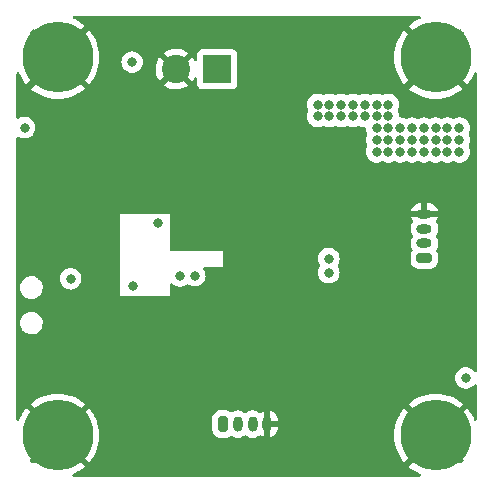
<source format=gbr>
%TF.GenerationSoftware,KiCad,Pcbnew,(6.0.0-rc1-124-g18b4ebcc17)*%
%TF.CreationDate,2021-11-25T20:10:52+05:30*%
%TF.ProjectId,Europa,4575726f-7061-42e6-9b69-6361645f7063,rev?*%
%TF.SameCoordinates,Original*%
%TF.FileFunction,Copper,L4,Bot*%
%TF.FilePolarity,Positive*%
%FSLAX46Y46*%
G04 Gerber Fmt 4.6, Leading zero omitted, Abs format (unit mm)*
G04 Created by KiCad (PCBNEW (6.0.0-rc1-124-g18b4ebcc17)) date 2021-11-25 20:10:52*
%MOMM*%
%LPD*%
G01*
G04 APERTURE LIST*
G04 Aperture macros list*
%AMRoundRect*
0 Rectangle with rounded corners*
0 $1 Rounding radius*
0 $2 $3 $4 $5 $6 $7 $8 $9 X,Y pos of 4 corners*
0 Add a 4 corners polygon primitive as box body*
4,1,4,$2,$3,$4,$5,$6,$7,$8,$9,$2,$3,0*
0 Add four circle primitives for the rounded corners*
1,1,$1+$1,$2,$3*
1,1,$1+$1,$4,$5*
1,1,$1+$1,$6,$7*
1,1,$1+$1,$8,$9*
0 Add four rect primitives between the rounded corners*
20,1,$1+$1,$2,$3,$4,$5,0*
20,1,$1+$1,$4,$5,$6,$7,0*
20,1,$1+$1,$6,$7,$8,$9,0*
20,1,$1+$1,$8,$9,$2,$3,0*%
G04 Aperture macros list end*
%TA.AperFunction,ComponentPad*%
%ADD10C,0.800000*%
%TD*%
%TA.AperFunction,ComponentPad*%
%ADD11C,6.000000*%
%TD*%
%TA.AperFunction,ComponentPad*%
%ADD12RoundRect,0.200000X-0.200000X-0.450000X0.200000X-0.450000X0.200000X0.450000X-0.200000X0.450000X0*%
%TD*%
%TA.AperFunction,ComponentPad*%
%ADD13O,0.800000X1.300000*%
%TD*%
%TA.AperFunction,ComponentPad*%
%ADD14R,2.400000X2.400000*%
%TD*%
%TA.AperFunction,ComponentPad*%
%ADD15C,2.400000*%
%TD*%
%TA.AperFunction,ComponentPad*%
%ADD16RoundRect,0.200000X0.450000X-0.200000X0.450000X0.200000X-0.450000X0.200000X-0.450000X-0.200000X0*%
%TD*%
%TA.AperFunction,ComponentPad*%
%ADD17O,1.300000X0.800000*%
%TD*%
%TA.AperFunction,ViaPad*%
%ADD18C,0.800000*%
%TD*%
G04 APERTURE END LIST*
D10*
%TO.P,H1,1*%
%TO.N,GND*%
X36250000Y-34000000D03*
X31750000Y-34000000D03*
X35590990Y-32409010D03*
X35590990Y-35590990D03*
X32409010Y-32409010D03*
X32409010Y-35590990D03*
X34000000Y-36250000D03*
D11*
X34000000Y-34000000D03*
D10*
X34000000Y-31750000D03*
%TD*%
%TO.P,H2,1*%
%TO.N,GND*%
X35590990Y-67590990D03*
X31750000Y-66000000D03*
X32409010Y-64409010D03*
D11*
X34000000Y-66000000D03*
D10*
X32409010Y-67590990D03*
X34000000Y-63750000D03*
X36250000Y-66000000D03*
X35590990Y-64409010D03*
X34000000Y-68250000D03*
%TD*%
%TO.P,H3,1*%
%TO.N,GND*%
X66000000Y-63750000D03*
X67590990Y-64409010D03*
X68250000Y-66000000D03*
X63750000Y-66000000D03*
X67590990Y-67590990D03*
X64409010Y-67590990D03*
X66000000Y-68250000D03*
X64409010Y-64409010D03*
D11*
X66000000Y-66000000D03*
%TD*%
D10*
%TO.P,H4,1*%
%TO.N,GND*%
X67590990Y-32409010D03*
X67590990Y-35590990D03*
X66000000Y-31750000D03*
X64409010Y-35590990D03*
X66000000Y-36250000D03*
X64409010Y-32409010D03*
X63750000Y-34000000D03*
D11*
X66000000Y-34000000D03*
D10*
X68250000Y-34000000D03*
%TD*%
D12*
%TO.P,J4,1*%
%TO.N,+3V3*%
X48000000Y-65050000D03*
D13*
%TO.P,J4,2*%
%TO.N,USART1_RX*%
X49250000Y-65050000D03*
%TO.P,J4,3*%
%TO.N,USART1_TX*%
X50500000Y-65050000D03*
%TO.P,J4,4*%
%TO.N,GND*%
X51750000Y-65050000D03*
%TD*%
D14*
%TO.P,J1,1*%
%TO.N,Net-(F1-Pad2)*%
X47500000Y-35000000D03*
D15*
%TO.P,J1,2*%
%TO.N,GND*%
X44000000Y-35000000D03*
%TD*%
D16*
%TO.P,J2,1*%
%TO.N,+3V3*%
X65050000Y-51000000D03*
D17*
%TO.P,J2,2*%
%TO.N,I2C1_SCL*%
X65050000Y-49750000D03*
%TO.P,J2,3*%
%TO.N,I2C1_SDA*%
X65050000Y-48500000D03*
%TO.P,J2,4*%
%TO.N,GND*%
X65050000Y-47250000D03*
%TD*%
D18*
%TO.N,+3V3*%
X40300000Y-34400000D03*
X45600000Y-52475000D03*
X44350000Y-52500000D03*
X56950000Y-52225000D03*
X56950000Y-51050000D03*
X35100000Y-52750000D03*
X31190000Y-39960000D03*
X68550000Y-61150000D03*
X61000000Y-41000000D03*
X67000000Y-42000000D03*
X68000000Y-42000000D03*
X61000000Y-39000000D03*
X66000000Y-42000000D03*
X56000000Y-39000000D03*
X62000000Y-38000000D03*
X63000000Y-41000000D03*
X59000000Y-39000000D03*
X59000000Y-38000000D03*
X60000000Y-39000000D03*
X63000000Y-42000000D03*
X65000000Y-40000000D03*
X61000000Y-40000000D03*
X60000000Y-38000000D03*
X62000000Y-40000000D03*
X57000000Y-38000000D03*
X61000000Y-38000000D03*
X56000000Y-38000000D03*
X64000000Y-42000000D03*
X66000000Y-41000000D03*
X68000000Y-40000000D03*
X63000000Y-40000000D03*
X67000000Y-41000000D03*
X57000000Y-39000000D03*
X65000000Y-41000000D03*
X62000000Y-39000000D03*
X64000000Y-40000000D03*
X68000000Y-41000000D03*
X65000000Y-42000000D03*
X61000000Y-42000000D03*
X67000000Y-40000000D03*
X58000000Y-39000000D03*
X62000000Y-41000000D03*
X64000000Y-41000000D03*
X62000000Y-42000000D03*
X66000000Y-40000000D03*
X58000000Y-38000000D03*
%TO.N,GND*%
X40400000Y-53350000D03*
X56950000Y-53775000D03*
X43175000Y-55225000D03*
X44350000Y-56375000D03*
X60000000Y-55000000D03*
X62500000Y-55000000D03*
X65000000Y-55000000D03*
X67500000Y-55000000D03*
X62500000Y-52500000D03*
X60000000Y-52500000D03*
X35050000Y-57250000D03*
X31190000Y-45040000D03*
X31200000Y-42500000D03*
X31200000Y-41225000D03*
X37500000Y-60000000D03*
X55000000Y-67500000D03*
X40000000Y-37500000D03*
X57500000Y-45000000D03*
X62500000Y-62500000D03*
X42500000Y-60000000D03*
X35000000Y-50000000D03*
X32500000Y-47500000D03*
X40000000Y-60000000D03*
X35000000Y-60000000D03*
X47500000Y-60000000D03*
X60000000Y-65000000D03*
X60000000Y-47500000D03*
X42500000Y-65000000D03*
X57500000Y-67500000D03*
X57500000Y-65000000D03*
X45000000Y-67500000D03*
X50000000Y-47500000D03*
X42500000Y-57500000D03*
X37500000Y-37500000D03*
X40000000Y-62500000D03*
X60000000Y-45000000D03*
X42500000Y-62500000D03*
X40000000Y-65000000D03*
X40000000Y-57500000D03*
X42500000Y-48050000D03*
X55775000Y-54925000D03*
X57500000Y-62500000D03*
X55000000Y-62500000D03*
X32500000Y-60000000D03*
X37500000Y-57500000D03*
X62500000Y-45000000D03*
X60000000Y-62500000D03*
X57500000Y-47500000D03*
X42500000Y-67500000D03*
X37500000Y-62500000D03*
X60000000Y-67500000D03*
X50000000Y-45000000D03*
X45000000Y-47500000D03*
X52500000Y-62500000D03*
X42500000Y-40000000D03*
X55000000Y-65000000D03*
%TD*%
%TA.AperFunction,Conductor*%
%TO.N,GND*%
G36*
X64696436Y-30528002D02*
G01*
X64742929Y-30581658D01*
X64753033Y-30651932D01*
X64723539Y-30716512D01*
X64673469Y-30751631D01*
X64574292Y-30789701D01*
X64568275Y-30792380D01*
X64246532Y-30956317D01*
X64240823Y-30959613D01*
X63937984Y-31156279D01*
X63932662Y-31160146D01*
X63718366Y-31333678D01*
X63709900Y-31345933D01*
X63716234Y-31357024D01*
X68642110Y-36282900D01*
X68655186Y-36290040D01*
X68665554Y-36282582D01*
X68839854Y-36067338D01*
X68843721Y-36062016D01*
X69040387Y-35759177D01*
X69043683Y-35753468D01*
X69207620Y-35431725D01*
X69210299Y-35425708D01*
X69248369Y-35326531D01*
X69291455Y-35270103D01*
X69358208Y-35245926D01*
X69427435Y-35261677D01*
X69477157Y-35312355D01*
X69492000Y-35371685D01*
X69492000Y-60510225D01*
X69471998Y-60578346D01*
X69418342Y-60624839D01*
X69348068Y-60634943D01*
X69283488Y-60605449D01*
X69272369Y-60594541D01*
X69161253Y-60471134D01*
X69006752Y-60358882D01*
X69000724Y-60356198D01*
X69000722Y-60356197D01*
X68838319Y-60283891D01*
X68838318Y-60283891D01*
X68832288Y-60281206D01*
X68738888Y-60261353D01*
X68651944Y-60242872D01*
X68651939Y-60242872D01*
X68645487Y-60241500D01*
X68454513Y-60241500D01*
X68448061Y-60242872D01*
X68448056Y-60242872D01*
X68361112Y-60261353D01*
X68267712Y-60281206D01*
X68261682Y-60283891D01*
X68261681Y-60283891D01*
X68099278Y-60356197D01*
X68099276Y-60356198D01*
X68093248Y-60358882D01*
X67938747Y-60471134D01*
X67810960Y-60613056D01*
X67715473Y-60778444D01*
X67656458Y-60960072D01*
X67636496Y-61150000D01*
X67656458Y-61339928D01*
X67715473Y-61521556D01*
X67810960Y-61686944D01*
X67938747Y-61828866D01*
X68093248Y-61941118D01*
X68099276Y-61943802D01*
X68099278Y-61943803D01*
X68261681Y-62016109D01*
X68267712Y-62018794D01*
X68361112Y-62038647D01*
X68448056Y-62057128D01*
X68448061Y-62057128D01*
X68454513Y-62058500D01*
X68645487Y-62058500D01*
X68651939Y-62057128D01*
X68651944Y-62057128D01*
X68738888Y-62038647D01*
X68832288Y-62018794D01*
X68838319Y-62016109D01*
X69000722Y-61943803D01*
X69000724Y-61943802D01*
X69006752Y-61941118D01*
X69161253Y-61828866D01*
X69272365Y-61705463D01*
X69332810Y-61668225D01*
X69403794Y-61669577D01*
X69462778Y-61709091D01*
X69491036Y-61774221D01*
X69492000Y-61789775D01*
X69492000Y-64628315D01*
X69471998Y-64696436D01*
X69418342Y-64742929D01*
X69348068Y-64753033D01*
X69283488Y-64723539D01*
X69248369Y-64673469D01*
X69210299Y-64574292D01*
X69207620Y-64568275D01*
X69043683Y-64246532D01*
X69040387Y-64240823D01*
X68843721Y-63937984D01*
X68839854Y-63932662D01*
X68666322Y-63718366D01*
X68654067Y-63709900D01*
X68642976Y-63716234D01*
X63717100Y-68642110D01*
X63709960Y-68655186D01*
X63717418Y-68665554D01*
X63932662Y-68839854D01*
X63937984Y-68843721D01*
X64240823Y-69040387D01*
X64246532Y-69043683D01*
X64568275Y-69207620D01*
X64574292Y-69210299D01*
X64673469Y-69248369D01*
X64729897Y-69291455D01*
X64754074Y-69358208D01*
X64738323Y-69427435D01*
X64687645Y-69477157D01*
X64628315Y-69492000D01*
X35371685Y-69492000D01*
X35303564Y-69471998D01*
X35257071Y-69418342D01*
X35246967Y-69348068D01*
X35276461Y-69283488D01*
X35326531Y-69248369D01*
X35425708Y-69210299D01*
X35431725Y-69207620D01*
X35753468Y-69043683D01*
X35759177Y-69040387D01*
X36062016Y-68843721D01*
X36067338Y-68839854D01*
X36281634Y-68666322D01*
X36290100Y-68654067D01*
X36283766Y-68642976D01*
X33641922Y-66001132D01*
X34364408Y-66001132D01*
X34364539Y-66002965D01*
X34368790Y-66009580D01*
X36642110Y-68282900D01*
X36655186Y-68290040D01*
X36665554Y-68282582D01*
X36839854Y-68067338D01*
X36843721Y-68062016D01*
X37040387Y-67759177D01*
X37043683Y-67753468D01*
X37207620Y-67431725D01*
X37210296Y-67425714D01*
X37339700Y-67088605D01*
X37341740Y-67082328D01*
X37435198Y-66733537D01*
X37436567Y-66727099D01*
X37493055Y-66370440D01*
X37493743Y-66363896D01*
X37512641Y-66003301D01*
X37512641Y-65996699D01*
X37493743Y-65636104D01*
X37493055Y-65629560D01*
X37436567Y-65272901D01*
X37435198Y-65266463D01*
X37341740Y-64917672D01*
X37339700Y-64911395D01*
X37210296Y-64574286D01*
X37207620Y-64568275D01*
X37194928Y-64543365D01*
X47091500Y-64543365D01*
X47091501Y-65556634D01*
X47098247Y-65630062D01*
X47100246Y-65636440D01*
X47100246Y-65636441D01*
X47111251Y-65671556D01*
X47149528Y-65793699D01*
X47238361Y-65940381D01*
X47359619Y-66061639D01*
X47506301Y-66150472D01*
X47513548Y-66152743D01*
X47513550Y-66152744D01*
X47556198Y-66166109D01*
X47669938Y-66201753D01*
X47743365Y-66208500D01*
X47746263Y-66208500D01*
X48000665Y-66208499D01*
X48256634Y-66208499D01*
X48259492Y-66208236D01*
X48259501Y-66208236D01*
X48295004Y-66204974D01*
X48330062Y-66201753D01*
X48336447Y-66199752D01*
X48486450Y-66152744D01*
X48486452Y-66152743D01*
X48493699Y-66150472D01*
X48630018Y-66067915D01*
X48698648Y-66049736D01*
X48769350Y-66073755D01*
X48787308Y-66086802D01*
X48793248Y-66091118D01*
X48799276Y-66093802D01*
X48799278Y-66093803D01*
X48946844Y-66159503D01*
X48967712Y-66168794D01*
X49061113Y-66188647D01*
X49148056Y-66207128D01*
X49148061Y-66207128D01*
X49154513Y-66208500D01*
X49345487Y-66208500D01*
X49351939Y-66207128D01*
X49351944Y-66207128D01*
X49438887Y-66188647D01*
X49532288Y-66168794D01*
X49553156Y-66159503D01*
X49700722Y-66093803D01*
X49700724Y-66093802D01*
X49706752Y-66091118D01*
X49712693Y-66086802D01*
X49800939Y-66022687D01*
X49867807Y-65998828D01*
X49936958Y-66014909D01*
X49949061Y-66022687D01*
X50037308Y-66086802D01*
X50043248Y-66091118D01*
X50049276Y-66093802D01*
X50049278Y-66093803D01*
X50196844Y-66159503D01*
X50217712Y-66168794D01*
X50311113Y-66188647D01*
X50398056Y-66207128D01*
X50398061Y-66207128D01*
X50404513Y-66208500D01*
X50595487Y-66208500D01*
X50601939Y-66207128D01*
X50601944Y-66207128D01*
X50688887Y-66188647D01*
X50782288Y-66168794D01*
X50803156Y-66159503D01*
X50950722Y-66093803D01*
X50950724Y-66093802D01*
X50956752Y-66091118D01*
X51051366Y-66022377D01*
X51118230Y-65998520D01*
X51187382Y-66014600D01*
X51199485Y-66022378D01*
X51288157Y-66086802D01*
X51299529Y-66093368D01*
X51461839Y-66165633D01*
X51474325Y-66169690D01*
X51478278Y-66170530D01*
X51492341Y-66169457D01*
X51496000Y-66159503D01*
X51496000Y-66156182D01*
X52004000Y-66156182D01*
X52007973Y-66169713D01*
X52018468Y-66171222D01*
X52025675Y-66169690D01*
X52038161Y-66165633D01*
X52200471Y-66093368D01*
X52211843Y-66086802D01*
X52326773Y-66003301D01*
X62487359Y-66003301D01*
X62506257Y-66363896D01*
X62506945Y-66370440D01*
X62563433Y-66727099D01*
X62564802Y-66733537D01*
X62658260Y-67082328D01*
X62660300Y-67088605D01*
X62789704Y-67425714D01*
X62792380Y-67431725D01*
X62956317Y-67753468D01*
X62959613Y-67759177D01*
X63156279Y-68062016D01*
X63160146Y-68067338D01*
X63333678Y-68281634D01*
X63345933Y-68290100D01*
X63357024Y-68283766D01*
X65627978Y-66012812D01*
X65635592Y-65998868D01*
X65635461Y-65997035D01*
X65631210Y-65990420D01*
X63357890Y-63717100D01*
X63344814Y-63709960D01*
X63334446Y-63717418D01*
X63160146Y-63932662D01*
X63156279Y-63937984D01*
X62959613Y-64240823D01*
X62956317Y-64246532D01*
X62792380Y-64568275D01*
X62789704Y-64574286D01*
X62660300Y-64911395D01*
X62658260Y-64917672D01*
X62564802Y-65266463D01*
X62563433Y-65272901D01*
X62506945Y-65629560D01*
X62506257Y-65636104D01*
X62487359Y-65996699D01*
X62487359Y-66003301D01*
X52326773Y-66003301D01*
X52355574Y-65982376D01*
X52365337Y-65973585D01*
X52484214Y-65841558D01*
X52491938Y-65830927D01*
X52580765Y-65677074D01*
X52586111Y-65665066D01*
X52641011Y-65496102D01*
X52643741Y-65483261D01*
X52657656Y-65350862D01*
X52658000Y-65344302D01*
X52658000Y-65322115D01*
X52653525Y-65306876D01*
X52652135Y-65305671D01*
X52644452Y-65304000D01*
X52022115Y-65304000D01*
X52006876Y-65308475D01*
X52005671Y-65309865D01*
X52004000Y-65317548D01*
X52004000Y-66156182D01*
X51496000Y-66156182D01*
X51496000Y-64777885D01*
X52004000Y-64777885D01*
X52008475Y-64793124D01*
X52009865Y-64794329D01*
X52017548Y-64796000D01*
X52639885Y-64796000D01*
X52655124Y-64791525D01*
X52656329Y-64790135D01*
X52658000Y-64782452D01*
X52658000Y-64755698D01*
X52657656Y-64749138D01*
X52643741Y-64616739D01*
X52641011Y-64603898D01*
X52586111Y-64434934D01*
X52580765Y-64422926D01*
X52491938Y-64269073D01*
X52484214Y-64258442D01*
X52365337Y-64126415D01*
X52355574Y-64117624D01*
X52211843Y-64013198D01*
X52200471Y-64006632D01*
X52038161Y-63934367D01*
X52025675Y-63930310D01*
X52021722Y-63929470D01*
X52007659Y-63930543D01*
X52004000Y-63940497D01*
X52004000Y-64777885D01*
X51496000Y-64777885D01*
X51496000Y-63943818D01*
X51492027Y-63930287D01*
X51481532Y-63928778D01*
X51474325Y-63930310D01*
X51461839Y-63934367D01*
X51299529Y-64006632D01*
X51288157Y-64013198D01*
X51199485Y-64077622D01*
X51132617Y-64101481D01*
X51063466Y-64085400D01*
X51051380Y-64077634D01*
X50956752Y-64008882D01*
X50950724Y-64006198D01*
X50950722Y-64006197D01*
X50788319Y-63933891D01*
X50788318Y-63933891D01*
X50782288Y-63931206D01*
X50688888Y-63911353D01*
X50601944Y-63892872D01*
X50601939Y-63892872D01*
X50595487Y-63891500D01*
X50404513Y-63891500D01*
X50398061Y-63892872D01*
X50398056Y-63892872D01*
X50311112Y-63911353D01*
X50217712Y-63931206D01*
X50211682Y-63933891D01*
X50211681Y-63933891D01*
X50049278Y-64006197D01*
X50049276Y-64006198D01*
X50043248Y-64008882D01*
X50037907Y-64012762D01*
X50037906Y-64012763D01*
X49949061Y-64077313D01*
X49882193Y-64101172D01*
X49813042Y-64085091D01*
X49800939Y-64077313D01*
X49712094Y-64012763D01*
X49712093Y-64012762D01*
X49706752Y-64008882D01*
X49700724Y-64006198D01*
X49700722Y-64006197D01*
X49538319Y-63933891D01*
X49538318Y-63933891D01*
X49532288Y-63931206D01*
X49438888Y-63911353D01*
X49351944Y-63892872D01*
X49351939Y-63892872D01*
X49345487Y-63891500D01*
X49154513Y-63891500D01*
X49148061Y-63892872D01*
X49148056Y-63892872D01*
X49061112Y-63911353D01*
X48967712Y-63931206D01*
X48961682Y-63933891D01*
X48961681Y-63933891D01*
X48799278Y-64006197D01*
X48799276Y-64006198D01*
X48793248Y-64008882D01*
X48787908Y-64012762D01*
X48787906Y-64012763D01*
X48769350Y-64026245D01*
X48702482Y-64050103D01*
X48630018Y-64032085D01*
X48620375Y-64026245D01*
X48493699Y-63949528D01*
X48486452Y-63947257D01*
X48486450Y-63947256D01*
X48420164Y-63926483D01*
X48330062Y-63898247D01*
X48256635Y-63891500D01*
X48253737Y-63891500D01*
X47999335Y-63891501D01*
X47743366Y-63891501D01*
X47740508Y-63891764D01*
X47740499Y-63891764D01*
X47704996Y-63895026D01*
X47669938Y-63898247D01*
X47663560Y-63900246D01*
X47663559Y-63900246D01*
X47513550Y-63947256D01*
X47513548Y-63947257D01*
X47506301Y-63949528D01*
X47359619Y-64038361D01*
X47238361Y-64159619D01*
X47149528Y-64306301D01*
X47098247Y-64469938D01*
X47091500Y-64543365D01*
X37194928Y-64543365D01*
X37043683Y-64246532D01*
X37040387Y-64240823D01*
X36843721Y-63937984D01*
X36839854Y-63932662D01*
X36666322Y-63718366D01*
X36654067Y-63709900D01*
X36642976Y-63716234D01*
X34372022Y-65987188D01*
X34364408Y-66001132D01*
X33641922Y-66001132D01*
X31357890Y-63717100D01*
X31344814Y-63709960D01*
X31334446Y-63717418D01*
X31160146Y-63932662D01*
X31156279Y-63937984D01*
X30959613Y-64240823D01*
X30956317Y-64246532D01*
X30792380Y-64568275D01*
X30789701Y-64574292D01*
X30751631Y-64673469D01*
X30708545Y-64729897D01*
X30641792Y-64754074D01*
X30572565Y-64738323D01*
X30522843Y-64687645D01*
X30508000Y-64628315D01*
X30508000Y-63345933D01*
X31709900Y-63345933D01*
X31716234Y-63357024D01*
X33987188Y-65627978D01*
X34001132Y-65635592D01*
X34002965Y-65635461D01*
X34009580Y-65631210D01*
X36282900Y-63357890D01*
X36289429Y-63345933D01*
X63709900Y-63345933D01*
X63716234Y-63357024D01*
X65987188Y-65627978D01*
X66001132Y-65635592D01*
X66002965Y-65635461D01*
X66009580Y-65631210D01*
X68282900Y-63357890D01*
X68290040Y-63344814D01*
X68282582Y-63334446D01*
X68067338Y-63160146D01*
X68062016Y-63156279D01*
X67759177Y-62959613D01*
X67753468Y-62956317D01*
X67431725Y-62792380D01*
X67425714Y-62789704D01*
X67088605Y-62660300D01*
X67082328Y-62658260D01*
X66733537Y-62564802D01*
X66727099Y-62563433D01*
X66370440Y-62506945D01*
X66363896Y-62506257D01*
X66003301Y-62487359D01*
X65996699Y-62487359D01*
X65636104Y-62506257D01*
X65629560Y-62506945D01*
X65272901Y-62563433D01*
X65266463Y-62564802D01*
X64917672Y-62658260D01*
X64911395Y-62660300D01*
X64574286Y-62789704D01*
X64568275Y-62792380D01*
X64246532Y-62956317D01*
X64240823Y-62959613D01*
X63937984Y-63156279D01*
X63932662Y-63160146D01*
X63718366Y-63333678D01*
X63709900Y-63345933D01*
X36289429Y-63345933D01*
X36290040Y-63344814D01*
X36282582Y-63334446D01*
X36067338Y-63160146D01*
X36062016Y-63156279D01*
X35759177Y-62959613D01*
X35753468Y-62956317D01*
X35431725Y-62792380D01*
X35425714Y-62789704D01*
X35088605Y-62660300D01*
X35082328Y-62658260D01*
X34733537Y-62564802D01*
X34727099Y-62563433D01*
X34370440Y-62506945D01*
X34363896Y-62506257D01*
X34003301Y-62487359D01*
X33996699Y-62487359D01*
X33636104Y-62506257D01*
X33629560Y-62506945D01*
X33272901Y-62563433D01*
X33266463Y-62564802D01*
X32917672Y-62658260D01*
X32911395Y-62660300D01*
X32574286Y-62789704D01*
X32568275Y-62792380D01*
X32246532Y-62956317D01*
X32240823Y-62959613D01*
X31937984Y-63156279D01*
X31932662Y-63160146D01*
X31718366Y-63333678D01*
X31709900Y-63345933D01*
X30508000Y-63345933D01*
X30508000Y-56486552D01*
X30806956Y-56486552D01*
X30822685Y-56673865D01*
X30874497Y-56854555D01*
X30877312Y-56860032D01*
X30877313Y-56860035D01*
X30957603Y-57016263D01*
X30960418Y-57021740D01*
X30964241Y-57026564D01*
X30964244Y-57026568D01*
X30990625Y-57059852D01*
X31077177Y-57169052D01*
X31220324Y-57290880D01*
X31225702Y-57293886D01*
X31225704Y-57293887D01*
X31302367Y-57336732D01*
X31384409Y-57382584D01*
X31563180Y-57440670D01*
X31749830Y-57462927D01*
X31755965Y-57462455D01*
X31755967Y-57462455D01*
X31931105Y-57448979D01*
X31931109Y-57448978D01*
X31937247Y-57448506D01*
X32022378Y-57424737D01*
X32112350Y-57399616D01*
X32112353Y-57399615D01*
X32118294Y-57397956D01*
X32123798Y-57395176D01*
X32123800Y-57395175D01*
X32280574Y-57315983D01*
X32280576Y-57315982D01*
X32286075Y-57313204D01*
X32434199Y-57197477D01*
X32438225Y-57192813D01*
X32552994Y-57059852D01*
X32552995Y-57059850D01*
X32557023Y-57055184D01*
X32649870Y-56891744D01*
X32709203Y-56713382D01*
X32732762Y-56526892D01*
X32733138Y-56500000D01*
X32714795Y-56312926D01*
X32660465Y-56132977D01*
X32572218Y-55967008D01*
X32453415Y-55821340D01*
X32399603Y-55776823D01*
X32313329Y-55705450D01*
X32313324Y-55705447D01*
X32308580Y-55701522D01*
X32303161Y-55698592D01*
X32303158Y-55698590D01*
X32233671Y-55661019D01*
X32143231Y-55612119D01*
X31963666Y-55556534D01*
X31957541Y-55555890D01*
X31957540Y-55555890D01*
X31782852Y-55537529D01*
X31782851Y-55537529D01*
X31776724Y-55536885D01*
X31699673Y-55543897D01*
X31595665Y-55553363D01*
X31595662Y-55553364D01*
X31589526Y-55553922D01*
X31583620Y-55555660D01*
X31583616Y-55555661D01*
X31450278Y-55594905D01*
X31409202Y-55606994D01*
X31242621Y-55694080D01*
X31096128Y-55811864D01*
X31092170Y-55816582D01*
X31092167Y-55816584D01*
X31004797Y-55920708D01*
X30975302Y-55955859D01*
X30972338Y-55961251D01*
X30972335Y-55961255D01*
X30966176Y-55972459D01*
X30884746Y-56120580D01*
X30827909Y-56299752D01*
X30806956Y-56486552D01*
X30508000Y-56486552D01*
X30508000Y-53486552D01*
X30806956Y-53486552D01*
X30807472Y-53492696D01*
X30821395Y-53658500D01*
X30822685Y-53673865D01*
X30874497Y-53854555D01*
X30877312Y-53860032D01*
X30877313Y-53860035D01*
X30957603Y-54016263D01*
X30960418Y-54021740D01*
X30964241Y-54026564D01*
X30964244Y-54026568D01*
X30990625Y-54059852D01*
X31077177Y-54169052D01*
X31220324Y-54290880D01*
X31225702Y-54293886D01*
X31225704Y-54293887D01*
X31302367Y-54336732D01*
X31384409Y-54382584D01*
X31563180Y-54440670D01*
X31749830Y-54462927D01*
X31755965Y-54462455D01*
X31755967Y-54462455D01*
X31931105Y-54448979D01*
X31931109Y-54448978D01*
X31937247Y-54448506D01*
X32022378Y-54424737D01*
X32112350Y-54399616D01*
X32112353Y-54399615D01*
X32118294Y-54397956D01*
X32123798Y-54395176D01*
X32123800Y-54395175D01*
X32280574Y-54315983D01*
X32280576Y-54315982D01*
X32286075Y-54313204D01*
X32366973Y-54250000D01*
X39250000Y-54250000D01*
X43500000Y-54250000D01*
X43500000Y-53241951D01*
X43520002Y-53173830D01*
X43573658Y-53127337D01*
X43643932Y-53117233D01*
X43708512Y-53146727D01*
X43719636Y-53157641D01*
X43734213Y-53173830D01*
X43738747Y-53178866D01*
X43825576Y-53241951D01*
X43858839Y-53266118D01*
X43893248Y-53291118D01*
X43899276Y-53293802D01*
X43899278Y-53293803D01*
X44014642Y-53345166D01*
X44067712Y-53368794D01*
X44161112Y-53388647D01*
X44248056Y-53407128D01*
X44248061Y-53407128D01*
X44254513Y-53408500D01*
X44445487Y-53408500D01*
X44451939Y-53407128D01*
X44451944Y-53407128D01*
X44538888Y-53388647D01*
X44632288Y-53368794D01*
X44685358Y-53345166D01*
X44800722Y-53293803D01*
X44800724Y-53293802D01*
X44806752Y-53291118D01*
X44837466Y-53268803D01*
X44918144Y-53210187D01*
X44985012Y-53186328D01*
X45054163Y-53202409D01*
X45066265Y-53210186D01*
X45143248Y-53266118D01*
X45149276Y-53268802D01*
X45149278Y-53268803D01*
X45248381Y-53312926D01*
X45317712Y-53343794D01*
X45411113Y-53363647D01*
X45498056Y-53382128D01*
X45498061Y-53382128D01*
X45504513Y-53383500D01*
X45695487Y-53383500D01*
X45701939Y-53382128D01*
X45701944Y-53382128D01*
X45788887Y-53363647D01*
X45882288Y-53343794D01*
X45951619Y-53312926D01*
X46050722Y-53268803D01*
X46050724Y-53268802D01*
X46056752Y-53266118D01*
X46211253Y-53153866D01*
X46241224Y-53120580D01*
X46334621Y-53016852D01*
X46334622Y-53016851D01*
X46339040Y-53011944D01*
X46434527Y-52846556D01*
X46493542Y-52664928D01*
X46499093Y-52612119D01*
X46512814Y-52481565D01*
X46513504Y-52475000D01*
X46507190Y-52414928D01*
X46494232Y-52291635D01*
X46494232Y-52291633D01*
X46493542Y-52285072D01*
X46474023Y-52225000D01*
X56036496Y-52225000D01*
X56037186Y-52231565D01*
X56043500Y-52291635D01*
X56056458Y-52414928D01*
X56115473Y-52596556D01*
X56118776Y-52602278D01*
X56118777Y-52602279D01*
X56151159Y-52658365D01*
X56210960Y-52761944D01*
X56338747Y-52903866D01*
X56493248Y-53016118D01*
X56499276Y-53018802D01*
X56499278Y-53018803D01*
X56540024Y-53036944D01*
X56667712Y-53093794D01*
X56761112Y-53113647D01*
X56848056Y-53132128D01*
X56848061Y-53132128D01*
X56854513Y-53133500D01*
X57045487Y-53133500D01*
X57051939Y-53132128D01*
X57051944Y-53132128D01*
X57138887Y-53113647D01*
X57232288Y-53093794D01*
X57359976Y-53036944D01*
X57400722Y-53018803D01*
X57400724Y-53018802D01*
X57406752Y-53016118D01*
X57561253Y-52903866D01*
X57689040Y-52761944D01*
X57748841Y-52658365D01*
X57781223Y-52602279D01*
X57781224Y-52602278D01*
X57784527Y-52596556D01*
X57843542Y-52414928D01*
X57856501Y-52291635D01*
X57862814Y-52231565D01*
X57863504Y-52225000D01*
X57850127Y-52097721D01*
X57844232Y-52041635D01*
X57844232Y-52041633D01*
X57843542Y-52035072D01*
X57784527Y-51853444D01*
X57751439Y-51796134D01*
X57696225Y-51700500D01*
X57679487Y-51631505D01*
X57696225Y-51574500D01*
X57781223Y-51427279D01*
X57781224Y-51427278D01*
X57784527Y-51421556D01*
X57843542Y-51239928D01*
X57863504Y-51050000D01*
X57843542Y-50860072D01*
X57805621Y-50743365D01*
X63891500Y-50743365D01*
X63891501Y-51256634D01*
X63891764Y-51259492D01*
X63891764Y-51259501D01*
X63895026Y-51295004D01*
X63898247Y-51330062D01*
X63900246Y-51336440D01*
X63900246Y-51336441D01*
X63926920Y-51421556D01*
X63949528Y-51493699D01*
X64038361Y-51640381D01*
X64159619Y-51761639D01*
X64306301Y-51850472D01*
X64313548Y-51852743D01*
X64313550Y-51852744D01*
X64379836Y-51873517D01*
X64469938Y-51901753D01*
X64543365Y-51908500D01*
X64546263Y-51908500D01*
X65051314Y-51908499D01*
X65556634Y-51908499D01*
X65559492Y-51908236D01*
X65559501Y-51908236D01*
X65595004Y-51904974D01*
X65630062Y-51901753D01*
X65636447Y-51899752D01*
X65786450Y-51852744D01*
X65786452Y-51852743D01*
X65793699Y-51850472D01*
X65940381Y-51761639D01*
X66061639Y-51640381D01*
X66150472Y-51493699D01*
X66201753Y-51330062D01*
X66208500Y-51256635D01*
X66208499Y-50743366D01*
X66208234Y-50740474D01*
X66202364Y-50676592D01*
X66201753Y-50669938D01*
X66150472Y-50506301D01*
X66067915Y-50369982D01*
X66049736Y-50301352D01*
X66073755Y-50230650D01*
X66087237Y-50212094D01*
X66087238Y-50212092D01*
X66091118Y-50206752D01*
X66101297Y-50183891D01*
X66166109Y-50038319D01*
X66166109Y-50038318D01*
X66168794Y-50032288D01*
X66208500Y-49845487D01*
X66208500Y-49654513D01*
X66168794Y-49467712D01*
X66091118Y-49293248D01*
X66022687Y-49199061D01*
X65998828Y-49132193D01*
X66014909Y-49063042D01*
X66022687Y-49050939D01*
X66087237Y-48962094D01*
X66087238Y-48962093D01*
X66091118Y-48956752D01*
X66168794Y-48782288D01*
X66208500Y-48595487D01*
X66208500Y-48404513D01*
X66168794Y-48217712D01*
X66091118Y-48043248D01*
X66022377Y-47948634D01*
X65998520Y-47881770D01*
X66014600Y-47812618D01*
X66022378Y-47800515D01*
X66086802Y-47711843D01*
X66093368Y-47700471D01*
X66165633Y-47538161D01*
X66169690Y-47525675D01*
X66170530Y-47521722D01*
X66169457Y-47507659D01*
X66159503Y-47504000D01*
X63943818Y-47504000D01*
X63930287Y-47507973D01*
X63928778Y-47518468D01*
X63930310Y-47525675D01*
X63934367Y-47538161D01*
X64006632Y-47700471D01*
X64013198Y-47711843D01*
X64077622Y-47800515D01*
X64101481Y-47867383D01*
X64085400Y-47936534D01*
X64077634Y-47948620D01*
X64008882Y-48043248D01*
X63931206Y-48217712D01*
X63891500Y-48404513D01*
X63891500Y-48595487D01*
X63931206Y-48782288D01*
X64008882Y-48956752D01*
X64012762Y-48962093D01*
X64012763Y-48962094D01*
X64077313Y-49050939D01*
X64101172Y-49117807D01*
X64085091Y-49186958D01*
X64077313Y-49199061D01*
X64008882Y-49293248D01*
X63931206Y-49467712D01*
X63891500Y-49654513D01*
X63891500Y-49845487D01*
X63931206Y-50032288D01*
X63933891Y-50038318D01*
X63933891Y-50038319D01*
X63998704Y-50183891D01*
X64008882Y-50206752D01*
X64012762Y-50212092D01*
X64012763Y-50212094D01*
X64026245Y-50230650D01*
X64050103Y-50297518D01*
X64032085Y-50369982D01*
X63949528Y-50506301D01*
X63898247Y-50669938D01*
X63891500Y-50743365D01*
X57805621Y-50743365D01*
X57784527Y-50678444D01*
X57689040Y-50513056D01*
X57561253Y-50371134D01*
X57406752Y-50258882D01*
X57400724Y-50256198D01*
X57400722Y-50256197D01*
X57238319Y-50183891D01*
X57238318Y-50183891D01*
X57232288Y-50181206D01*
X57138887Y-50161353D01*
X57051944Y-50142872D01*
X57051939Y-50142872D01*
X57045487Y-50141500D01*
X56854513Y-50141500D01*
X56848061Y-50142872D01*
X56848056Y-50142872D01*
X56761112Y-50161353D01*
X56667712Y-50181206D01*
X56661682Y-50183891D01*
X56661681Y-50183891D01*
X56499278Y-50256197D01*
X56499276Y-50256198D01*
X56493248Y-50258882D01*
X56338747Y-50371134D01*
X56210960Y-50513056D01*
X56115473Y-50678444D01*
X56056458Y-50860072D01*
X56036496Y-51050000D01*
X56056458Y-51239928D01*
X56115473Y-51421556D01*
X56118776Y-51427278D01*
X56118777Y-51427279D01*
X56203775Y-51574500D01*
X56220513Y-51643495D01*
X56203775Y-51700500D01*
X56148561Y-51796134D01*
X56115473Y-51853444D01*
X56056458Y-52035072D01*
X56055768Y-52041633D01*
X56055768Y-52041635D01*
X56049873Y-52097721D01*
X56036496Y-52225000D01*
X46474023Y-52225000D01*
X46434527Y-52103444D01*
X46398842Y-52041635D01*
X46339585Y-51939000D01*
X46322847Y-51870005D01*
X46346067Y-51802913D01*
X46401874Y-51759026D01*
X46448704Y-51750000D01*
X48000000Y-51750000D01*
X48000000Y-50400000D01*
X43626000Y-50400000D01*
X43557879Y-50379998D01*
X43511386Y-50326342D01*
X43500000Y-50274000D01*
X43500000Y-47250000D01*
X39250000Y-47250000D01*
X39250000Y-54250000D01*
X32366973Y-54250000D01*
X32434199Y-54197477D01*
X32438225Y-54192813D01*
X32552994Y-54059852D01*
X32552995Y-54059850D01*
X32557023Y-54055184D01*
X32649870Y-53891744D01*
X32709203Y-53713382D01*
X32732762Y-53526892D01*
X32733138Y-53500000D01*
X32714795Y-53312926D01*
X32709022Y-53293803D01*
X32667944Y-53157749D01*
X32660465Y-53132977D01*
X32572218Y-52967008D01*
X32453415Y-52821340D01*
X32367180Y-52750000D01*
X34186496Y-52750000D01*
X34187186Y-52756565D01*
X34202152Y-52898955D01*
X34206458Y-52939928D01*
X34265473Y-53121556D01*
X34268776Y-53127278D01*
X34268777Y-53127279D01*
X34281292Y-53148955D01*
X34360960Y-53286944D01*
X34488747Y-53428866D01*
X34568145Y-53486552D01*
X34623668Y-53526892D01*
X34643248Y-53541118D01*
X34649276Y-53543802D01*
X34649278Y-53543803D01*
X34811681Y-53616109D01*
X34817712Y-53618794D01*
X34911113Y-53638647D01*
X34998056Y-53657128D01*
X34998061Y-53657128D01*
X35004513Y-53658500D01*
X35195487Y-53658500D01*
X35201939Y-53657128D01*
X35201944Y-53657128D01*
X35288888Y-53638647D01*
X35382288Y-53618794D01*
X35388319Y-53616109D01*
X35550722Y-53543803D01*
X35550724Y-53543802D01*
X35556752Y-53541118D01*
X35576333Y-53526892D01*
X35631855Y-53486552D01*
X35711253Y-53428866D01*
X35839040Y-53286944D01*
X35918708Y-53148955D01*
X35931223Y-53127279D01*
X35931224Y-53127278D01*
X35934527Y-53121556D01*
X35993542Y-52939928D01*
X35997849Y-52898955D01*
X36012814Y-52756565D01*
X36013504Y-52750000D01*
X36003873Y-52658365D01*
X35994232Y-52566635D01*
X35994232Y-52566633D01*
X35993542Y-52560072D01*
X35934527Y-52378444D01*
X35839040Y-52213056D01*
X35711253Y-52071134D01*
X35556752Y-51958882D01*
X35550724Y-51956198D01*
X35550722Y-51956197D01*
X35388319Y-51883891D01*
X35388318Y-51883891D01*
X35382288Y-51881206D01*
X35281247Y-51859729D01*
X35201944Y-51842872D01*
X35201939Y-51842872D01*
X35195487Y-51841500D01*
X35004513Y-51841500D01*
X34998061Y-51842872D01*
X34998056Y-51842872D01*
X34918753Y-51859729D01*
X34817712Y-51881206D01*
X34811682Y-51883891D01*
X34811681Y-51883891D01*
X34649278Y-51956197D01*
X34649276Y-51956198D01*
X34643248Y-51958882D01*
X34488747Y-52071134D01*
X34360960Y-52213056D01*
X34265473Y-52378444D01*
X34206458Y-52560072D01*
X34205768Y-52566633D01*
X34205768Y-52566635D01*
X34196127Y-52658365D01*
X34186496Y-52750000D01*
X32367180Y-52750000D01*
X32359244Y-52743435D01*
X32313329Y-52705450D01*
X32313324Y-52705447D01*
X32308580Y-52701522D01*
X32303161Y-52698592D01*
X32303158Y-52698590D01*
X32228762Y-52658365D01*
X32143231Y-52612119D01*
X31963666Y-52556534D01*
X31957541Y-52555890D01*
X31957540Y-52555890D01*
X31782852Y-52537529D01*
X31782851Y-52537529D01*
X31776724Y-52536885D01*
X31699673Y-52543897D01*
X31595665Y-52553363D01*
X31595662Y-52553364D01*
X31589526Y-52553922D01*
X31583620Y-52555660D01*
X31583616Y-52555661D01*
X31466022Y-52590271D01*
X31409202Y-52606994D01*
X31242621Y-52694080D01*
X31096128Y-52811864D01*
X31092170Y-52816582D01*
X31092167Y-52816584D01*
X31023050Y-52898955D01*
X30975302Y-52955859D01*
X30972338Y-52961251D01*
X30972335Y-52961255D01*
X30944469Y-53011944D01*
X30884746Y-53120580D01*
X30882885Y-53126447D01*
X30882884Y-53126449D01*
X30875745Y-53148955D01*
X30827909Y-53299752D01*
X30806956Y-53486552D01*
X30508000Y-53486552D01*
X30508000Y-46978278D01*
X63929470Y-46978278D01*
X63930543Y-46992341D01*
X63940497Y-46996000D01*
X64777885Y-46996000D01*
X64793124Y-46991525D01*
X64794329Y-46990135D01*
X64796000Y-46982452D01*
X64796000Y-46977885D01*
X65304000Y-46977885D01*
X65308475Y-46993124D01*
X65309865Y-46994329D01*
X65317548Y-46996000D01*
X66156182Y-46996000D01*
X66169713Y-46992027D01*
X66171222Y-46981532D01*
X66169690Y-46974325D01*
X66165633Y-46961839D01*
X66093368Y-46799529D01*
X66086802Y-46788157D01*
X65982376Y-46644426D01*
X65973585Y-46634663D01*
X65841558Y-46515786D01*
X65830927Y-46508062D01*
X65677074Y-46419235D01*
X65665066Y-46413889D01*
X65496102Y-46358989D01*
X65483261Y-46356259D01*
X65350862Y-46342344D01*
X65344302Y-46342000D01*
X65322115Y-46342000D01*
X65306876Y-46346475D01*
X65305671Y-46347865D01*
X65304000Y-46355548D01*
X65304000Y-46977885D01*
X64796000Y-46977885D01*
X64796000Y-46360115D01*
X64791525Y-46344876D01*
X64790135Y-46343671D01*
X64782452Y-46342000D01*
X64755698Y-46342000D01*
X64749138Y-46342344D01*
X64616739Y-46356259D01*
X64603898Y-46358989D01*
X64434934Y-46413889D01*
X64422926Y-46419235D01*
X64269073Y-46508062D01*
X64258442Y-46515786D01*
X64126415Y-46634663D01*
X64117624Y-46644426D01*
X64013198Y-46788157D01*
X64006632Y-46799529D01*
X63934367Y-46961839D01*
X63930310Y-46974325D01*
X63929470Y-46978278D01*
X30508000Y-46978278D01*
X30508000Y-40834754D01*
X30528002Y-40766633D01*
X30581658Y-40720140D01*
X30651932Y-40710036D01*
X30708061Y-40732819D01*
X30733248Y-40751118D01*
X30739276Y-40753802D01*
X30739278Y-40753803D01*
X30865661Y-40810072D01*
X30907712Y-40828794D01*
X31001113Y-40848647D01*
X31088056Y-40867128D01*
X31088061Y-40867128D01*
X31094513Y-40868500D01*
X31285487Y-40868500D01*
X31291939Y-40867128D01*
X31291944Y-40867128D01*
X31378887Y-40848647D01*
X31472288Y-40828794D01*
X31514339Y-40810072D01*
X31640722Y-40753803D01*
X31640724Y-40753802D01*
X31646752Y-40751118D01*
X31801253Y-40638866D01*
X31869563Y-40563000D01*
X31924621Y-40501852D01*
X31924622Y-40501851D01*
X31929040Y-40496944D01*
X32024527Y-40331556D01*
X32083542Y-40149928D01*
X32103504Y-39960000D01*
X32087086Y-39803794D01*
X32084232Y-39776635D01*
X32084232Y-39776633D01*
X32083542Y-39770072D01*
X32024527Y-39588444D01*
X31929040Y-39423056D01*
X31872001Y-39359707D01*
X31805675Y-39286045D01*
X31805674Y-39286044D01*
X31801253Y-39281134D01*
X31701807Y-39208882D01*
X31652094Y-39172763D01*
X31652093Y-39172762D01*
X31646752Y-39168882D01*
X31640724Y-39166198D01*
X31640722Y-39166197D01*
X31478319Y-39093891D01*
X31478318Y-39093891D01*
X31472288Y-39091206D01*
X31378888Y-39071353D01*
X31291944Y-39052872D01*
X31291939Y-39052872D01*
X31285487Y-39051500D01*
X31094513Y-39051500D01*
X31088061Y-39052872D01*
X31088056Y-39052872D01*
X31001112Y-39071353D01*
X30907712Y-39091206D01*
X30901682Y-39093891D01*
X30901681Y-39093891D01*
X30739278Y-39166197D01*
X30739276Y-39166198D01*
X30733248Y-39168882D01*
X30727905Y-39172764D01*
X30708062Y-39187181D01*
X30641195Y-39211040D01*
X30572043Y-39194961D01*
X30522562Y-39144048D01*
X30508000Y-39085246D01*
X30508000Y-39000000D01*
X55086496Y-39000000D01*
X55106458Y-39189928D01*
X55165473Y-39371556D01*
X55260960Y-39536944D01*
X55388747Y-39678866D01*
X55487843Y-39750864D01*
X55500000Y-39759696D01*
X55543248Y-39791118D01*
X55549276Y-39793802D01*
X55549278Y-39793803D01*
X55600560Y-39816635D01*
X55717712Y-39868794D01*
X55811112Y-39888647D01*
X55898056Y-39907128D01*
X55898061Y-39907128D01*
X55904513Y-39908500D01*
X56095487Y-39908500D01*
X56101939Y-39907128D01*
X56101944Y-39907128D01*
X56188888Y-39888647D01*
X56282288Y-39868794D01*
X56448752Y-39794680D01*
X56519118Y-39785246D01*
X56551247Y-39794680D01*
X56717712Y-39868794D01*
X56811112Y-39888647D01*
X56898056Y-39907128D01*
X56898061Y-39907128D01*
X56904513Y-39908500D01*
X57095487Y-39908500D01*
X57101939Y-39907128D01*
X57101944Y-39907128D01*
X57188888Y-39888647D01*
X57282288Y-39868794D01*
X57448752Y-39794680D01*
X57519118Y-39785246D01*
X57551247Y-39794680D01*
X57717712Y-39868794D01*
X57811112Y-39888647D01*
X57898056Y-39907128D01*
X57898061Y-39907128D01*
X57904513Y-39908500D01*
X58095487Y-39908500D01*
X58101939Y-39907128D01*
X58101944Y-39907128D01*
X58188888Y-39888647D01*
X58282288Y-39868794D01*
X58448752Y-39794680D01*
X58519118Y-39785246D01*
X58551247Y-39794680D01*
X58717712Y-39868794D01*
X58811112Y-39888647D01*
X58898056Y-39907128D01*
X58898061Y-39907128D01*
X58904513Y-39908500D01*
X59095487Y-39908500D01*
X59101939Y-39907128D01*
X59101944Y-39907128D01*
X59188888Y-39888647D01*
X59282288Y-39868794D01*
X59448752Y-39794680D01*
X59519118Y-39785246D01*
X59551247Y-39794680D01*
X59717712Y-39868794D01*
X59811112Y-39888647D01*
X59898056Y-39907128D01*
X59898061Y-39907128D01*
X59904513Y-39908500D01*
X59963428Y-39908500D01*
X60031549Y-39928502D01*
X60078042Y-39982158D01*
X60088738Y-40021329D01*
X60106458Y-40189928D01*
X60165473Y-40371556D01*
X60168776Y-40377278D01*
X60168777Y-40377279D01*
X60203257Y-40437000D01*
X60219995Y-40505995D01*
X60203257Y-40563000D01*
X60165473Y-40628444D01*
X60106458Y-40810072D01*
X60086496Y-41000000D01*
X60106458Y-41189928D01*
X60165473Y-41371556D01*
X60168776Y-41377278D01*
X60168777Y-41377279D01*
X60203257Y-41437000D01*
X60219995Y-41505995D01*
X60203257Y-41563000D01*
X60165473Y-41628444D01*
X60106458Y-41810072D01*
X60086496Y-42000000D01*
X60106458Y-42189928D01*
X60165473Y-42371556D01*
X60260960Y-42536944D01*
X60388747Y-42678866D01*
X60487843Y-42750864D01*
X60500000Y-42759696D01*
X60543248Y-42791118D01*
X60549276Y-42793802D01*
X60549278Y-42793803D01*
X60551248Y-42794680D01*
X60717712Y-42868794D01*
X60811112Y-42888647D01*
X60898056Y-42907128D01*
X60898061Y-42907128D01*
X60904513Y-42908500D01*
X61095487Y-42908500D01*
X61101939Y-42907128D01*
X61101944Y-42907128D01*
X61188888Y-42888647D01*
X61282288Y-42868794D01*
X61448752Y-42794680D01*
X61519118Y-42785246D01*
X61551247Y-42794680D01*
X61717712Y-42868794D01*
X61811112Y-42888647D01*
X61898056Y-42907128D01*
X61898061Y-42907128D01*
X61904513Y-42908500D01*
X62095487Y-42908500D01*
X62101939Y-42907128D01*
X62101944Y-42907128D01*
X62188888Y-42888647D01*
X62282288Y-42868794D01*
X62448752Y-42794680D01*
X62519118Y-42785246D01*
X62551247Y-42794680D01*
X62717712Y-42868794D01*
X62811112Y-42888647D01*
X62898056Y-42907128D01*
X62898061Y-42907128D01*
X62904513Y-42908500D01*
X63095487Y-42908500D01*
X63101939Y-42907128D01*
X63101944Y-42907128D01*
X63188888Y-42888647D01*
X63282288Y-42868794D01*
X63448752Y-42794680D01*
X63519118Y-42785246D01*
X63551247Y-42794680D01*
X63717712Y-42868794D01*
X63811112Y-42888647D01*
X63898056Y-42907128D01*
X63898061Y-42907128D01*
X63904513Y-42908500D01*
X64095487Y-42908500D01*
X64101939Y-42907128D01*
X64101944Y-42907128D01*
X64188888Y-42888647D01*
X64282288Y-42868794D01*
X64448752Y-42794680D01*
X64519118Y-42785246D01*
X64551247Y-42794680D01*
X64717712Y-42868794D01*
X64811112Y-42888647D01*
X64898056Y-42907128D01*
X64898061Y-42907128D01*
X64904513Y-42908500D01*
X65095487Y-42908500D01*
X65101939Y-42907128D01*
X65101944Y-42907128D01*
X65188888Y-42888647D01*
X65282288Y-42868794D01*
X65448752Y-42794680D01*
X65519118Y-42785246D01*
X65551247Y-42794680D01*
X65717712Y-42868794D01*
X65811112Y-42888647D01*
X65898056Y-42907128D01*
X65898061Y-42907128D01*
X65904513Y-42908500D01*
X66095487Y-42908500D01*
X66101939Y-42907128D01*
X66101944Y-42907128D01*
X66188888Y-42888647D01*
X66282288Y-42868794D01*
X66448752Y-42794680D01*
X66519118Y-42785246D01*
X66551247Y-42794680D01*
X66717712Y-42868794D01*
X66811112Y-42888647D01*
X66898056Y-42907128D01*
X66898061Y-42907128D01*
X66904513Y-42908500D01*
X67095487Y-42908500D01*
X67101939Y-42907128D01*
X67101944Y-42907128D01*
X67188887Y-42888647D01*
X67282288Y-42868794D01*
X67448752Y-42794680D01*
X67519118Y-42785246D01*
X67551247Y-42794680D01*
X67717712Y-42868794D01*
X67811112Y-42888647D01*
X67898056Y-42907128D01*
X67898061Y-42907128D01*
X67904513Y-42908500D01*
X68095487Y-42908500D01*
X68101939Y-42907128D01*
X68101944Y-42907128D01*
X68188887Y-42888647D01*
X68282288Y-42868794D01*
X68448752Y-42794680D01*
X68450722Y-42793803D01*
X68450724Y-42793802D01*
X68456752Y-42791118D01*
X68500001Y-42759696D01*
X68512157Y-42750864D01*
X68611253Y-42678866D01*
X68739040Y-42536944D01*
X68834527Y-42371556D01*
X68893542Y-42189928D01*
X68913504Y-42000000D01*
X68893542Y-41810072D01*
X68834527Y-41628444D01*
X68796743Y-41563000D01*
X68780005Y-41494005D01*
X68796743Y-41437000D01*
X68831223Y-41377279D01*
X68831224Y-41377278D01*
X68834527Y-41371556D01*
X68893542Y-41189928D01*
X68913504Y-41000000D01*
X68893542Y-40810072D01*
X68834527Y-40628444D01*
X68796743Y-40563000D01*
X68780005Y-40494005D01*
X68796743Y-40437000D01*
X68831223Y-40377279D01*
X68831224Y-40377278D01*
X68834527Y-40371556D01*
X68893542Y-40189928D01*
X68913504Y-40000000D01*
X68893542Y-39810072D01*
X68834527Y-39628444D01*
X68739040Y-39463056D01*
X68708173Y-39428774D01*
X68615675Y-39326045D01*
X68615674Y-39326044D01*
X68611253Y-39321134D01*
X68512157Y-39249136D01*
X68462094Y-39212763D01*
X68462093Y-39212762D01*
X68456752Y-39208882D01*
X68450724Y-39206198D01*
X68450722Y-39206197D01*
X68288319Y-39133891D01*
X68288318Y-39133891D01*
X68282288Y-39131206D01*
X68188887Y-39111353D01*
X68101944Y-39092872D01*
X68101939Y-39092872D01*
X68095487Y-39091500D01*
X67904513Y-39091500D01*
X67898061Y-39092872D01*
X67898056Y-39092872D01*
X67811113Y-39111353D01*
X67717712Y-39131206D01*
X67551248Y-39205320D01*
X67480882Y-39214754D01*
X67448753Y-39205320D01*
X67282288Y-39131206D01*
X67188887Y-39111353D01*
X67101944Y-39092872D01*
X67101939Y-39092872D01*
X67095487Y-39091500D01*
X66904513Y-39091500D01*
X66898061Y-39092872D01*
X66898056Y-39092872D01*
X66811113Y-39111353D01*
X66717712Y-39131206D01*
X66551248Y-39205320D01*
X66480882Y-39214754D01*
X66448753Y-39205320D01*
X66282288Y-39131206D01*
X66188887Y-39111353D01*
X66101944Y-39092872D01*
X66101939Y-39092872D01*
X66095487Y-39091500D01*
X65904513Y-39091500D01*
X65898061Y-39092872D01*
X65898056Y-39092872D01*
X65811113Y-39111353D01*
X65717712Y-39131206D01*
X65551248Y-39205320D01*
X65480882Y-39214754D01*
X65448753Y-39205320D01*
X65282288Y-39131206D01*
X65188887Y-39111353D01*
X65101944Y-39092872D01*
X65101939Y-39092872D01*
X65095487Y-39091500D01*
X64904513Y-39091500D01*
X64898061Y-39092872D01*
X64898056Y-39092872D01*
X64811113Y-39111353D01*
X64717712Y-39131206D01*
X64551248Y-39205320D01*
X64480882Y-39214754D01*
X64448753Y-39205320D01*
X64282288Y-39131206D01*
X64188887Y-39111353D01*
X64101944Y-39092872D01*
X64101939Y-39092872D01*
X64095487Y-39091500D01*
X63904513Y-39091500D01*
X63898061Y-39092872D01*
X63898056Y-39092872D01*
X63811113Y-39111353D01*
X63717712Y-39131206D01*
X63551248Y-39205320D01*
X63480882Y-39214754D01*
X63448753Y-39205320D01*
X63282288Y-39131206D01*
X63188887Y-39111353D01*
X63101944Y-39092872D01*
X63101939Y-39092872D01*
X63095487Y-39091500D01*
X63036572Y-39091500D01*
X62968451Y-39071498D01*
X62921958Y-39017842D01*
X62911262Y-38978670D01*
X62894232Y-38816635D01*
X62894232Y-38816633D01*
X62893542Y-38810072D01*
X62834527Y-38628444D01*
X62796743Y-38563000D01*
X62780005Y-38494005D01*
X62796743Y-38437000D01*
X62831223Y-38377279D01*
X62831224Y-38377278D01*
X62834527Y-38371556D01*
X62893542Y-38189928D01*
X62913504Y-38000000D01*
X62893542Y-37810072D01*
X62834527Y-37628444D01*
X62739040Y-37463056D01*
X62611253Y-37321134D01*
X62512157Y-37249136D01*
X62462094Y-37212763D01*
X62462093Y-37212762D01*
X62456752Y-37208882D01*
X62450724Y-37206198D01*
X62450722Y-37206197D01*
X62288319Y-37133891D01*
X62288318Y-37133891D01*
X62282288Y-37131206D01*
X62188887Y-37111353D01*
X62101944Y-37092872D01*
X62101939Y-37092872D01*
X62095487Y-37091500D01*
X61904513Y-37091500D01*
X61898061Y-37092872D01*
X61898056Y-37092872D01*
X61811113Y-37111353D01*
X61717712Y-37131206D01*
X61551248Y-37205320D01*
X61480882Y-37214754D01*
X61448753Y-37205320D01*
X61282288Y-37131206D01*
X61188887Y-37111353D01*
X61101944Y-37092872D01*
X61101939Y-37092872D01*
X61095487Y-37091500D01*
X60904513Y-37091500D01*
X60898061Y-37092872D01*
X60898056Y-37092872D01*
X60811113Y-37111353D01*
X60717712Y-37131206D01*
X60551248Y-37205320D01*
X60480882Y-37214754D01*
X60448753Y-37205320D01*
X60282288Y-37131206D01*
X60188887Y-37111353D01*
X60101944Y-37092872D01*
X60101939Y-37092872D01*
X60095487Y-37091500D01*
X59904513Y-37091500D01*
X59898061Y-37092872D01*
X59898056Y-37092872D01*
X59811113Y-37111353D01*
X59717712Y-37131206D01*
X59551248Y-37205320D01*
X59480882Y-37214754D01*
X59448753Y-37205320D01*
X59282288Y-37131206D01*
X59188887Y-37111353D01*
X59101944Y-37092872D01*
X59101939Y-37092872D01*
X59095487Y-37091500D01*
X58904513Y-37091500D01*
X58898061Y-37092872D01*
X58898056Y-37092872D01*
X58811113Y-37111353D01*
X58717712Y-37131206D01*
X58551248Y-37205320D01*
X58480882Y-37214754D01*
X58448753Y-37205320D01*
X58282288Y-37131206D01*
X58188887Y-37111353D01*
X58101944Y-37092872D01*
X58101939Y-37092872D01*
X58095487Y-37091500D01*
X57904513Y-37091500D01*
X57898061Y-37092872D01*
X57898056Y-37092872D01*
X57811113Y-37111353D01*
X57717712Y-37131206D01*
X57551248Y-37205320D01*
X57480882Y-37214754D01*
X57448753Y-37205320D01*
X57282288Y-37131206D01*
X57188887Y-37111353D01*
X57101944Y-37092872D01*
X57101939Y-37092872D01*
X57095487Y-37091500D01*
X56904513Y-37091500D01*
X56898061Y-37092872D01*
X56898056Y-37092872D01*
X56811113Y-37111353D01*
X56717712Y-37131206D01*
X56551248Y-37205320D01*
X56480882Y-37214754D01*
X56448753Y-37205320D01*
X56282288Y-37131206D01*
X56188887Y-37111353D01*
X56101944Y-37092872D01*
X56101939Y-37092872D01*
X56095487Y-37091500D01*
X55904513Y-37091500D01*
X55898061Y-37092872D01*
X55898056Y-37092872D01*
X55811113Y-37111353D01*
X55717712Y-37131206D01*
X55711682Y-37133891D01*
X55711681Y-37133891D01*
X55549278Y-37206197D01*
X55549276Y-37206198D01*
X55543248Y-37208882D01*
X55537907Y-37212762D01*
X55537906Y-37212763D01*
X55487843Y-37249136D01*
X55388747Y-37321134D01*
X55260960Y-37463056D01*
X55165473Y-37628444D01*
X55106458Y-37810072D01*
X55086496Y-38000000D01*
X55106458Y-38189928D01*
X55165473Y-38371556D01*
X55168776Y-38377278D01*
X55168777Y-38377279D01*
X55203257Y-38437000D01*
X55219995Y-38505995D01*
X55203257Y-38563000D01*
X55165473Y-38628444D01*
X55106458Y-38810072D01*
X55086496Y-39000000D01*
X30508000Y-39000000D01*
X30508000Y-36655186D01*
X31709960Y-36655186D01*
X31717418Y-36665554D01*
X31932662Y-36839854D01*
X31937984Y-36843721D01*
X32240823Y-37040387D01*
X32246532Y-37043683D01*
X32568275Y-37207620D01*
X32574286Y-37210296D01*
X32911395Y-37339700D01*
X32917672Y-37341740D01*
X33266463Y-37435198D01*
X33272901Y-37436567D01*
X33629560Y-37493055D01*
X33636104Y-37493743D01*
X33996699Y-37512641D01*
X34003301Y-37512641D01*
X34363896Y-37493743D01*
X34370440Y-37493055D01*
X34727099Y-37436567D01*
X34733537Y-37435198D01*
X35082328Y-37341740D01*
X35088605Y-37339700D01*
X35425714Y-37210296D01*
X35431725Y-37207620D01*
X35753468Y-37043683D01*
X35759177Y-37040387D01*
X36062016Y-36843721D01*
X36067338Y-36839854D01*
X36281634Y-36666322D01*
X36290100Y-36654067D01*
X36283766Y-36642976D01*
X36014149Y-36373359D01*
X42991386Y-36373359D01*
X43000099Y-36384879D01*
X43088586Y-36449760D01*
X43096505Y-36454708D01*
X43312877Y-36568547D01*
X43321451Y-36572275D01*
X43552282Y-36652885D01*
X43561291Y-36655299D01*
X43801518Y-36700908D01*
X43810775Y-36701962D01*
X44055107Y-36711563D01*
X44064420Y-36711237D01*
X44307478Y-36684618D01*
X44316655Y-36682917D01*
X44553107Y-36620665D01*
X44561926Y-36617628D01*
X44786584Y-36521107D01*
X44794856Y-36516800D01*
X45002777Y-36388135D01*
X45004620Y-36386796D01*
X45012038Y-36375541D01*
X45005974Y-36365184D01*
X44012812Y-35372022D01*
X43998868Y-35364408D01*
X43997035Y-35364539D01*
X43990420Y-35368790D01*
X42998044Y-36361166D01*
X42991386Y-36373359D01*
X36014149Y-36373359D01*
X34012812Y-34372022D01*
X33998868Y-34364408D01*
X33997035Y-34364539D01*
X33990420Y-34368790D01*
X31717100Y-36642110D01*
X31709960Y-36655186D01*
X30508000Y-36655186D01*
X30508000Y-35371685D01*
X30528002Y-35303564D01*
X30581658Y-35257071D01*
X30651932Y-35246967D01*
X30716512Y-35276461D01*
X30751631Y-35326531D01*
X30789701Y-35425708D01*
X30792380Y-35431725D01*
X30956317Y-35753468D01*
X30959613Y-35759177D01*
X31156279Y-36062016D01*
X31160146Y-36067338D01*
X31333678Y-36281634D01*
X31345933Y-36290100D01*
X31357024Y-36283766D01*
X33639658Y-34001132D01*
X34364408Y-34001132D01*
X34364539Y-34002965D01*
X34368790Y-34009580D01*
X36642110Y-36282900D01*
X36655186Y-36290040D01*
X36665554Y-36282582D01*
X36839854Y-36067338D01*
X36843721Y-36062016D01*
X37040387Y-35759177D01*
X37043683Y-35753468D01*
X37207620Y-35431725D01*
X37210296Y-35425714D01*
X37339700Y-35088605D01*
X37341740Y-35082328D01*
X37435198Y-34733537D01*
X37436567Y-34727099D01*
X37488373Y-34400000D01*
X39386496Y-34400000D01*
X39406458Y-34589928D01*
X39465473Y-34771556D01*
X39560960Y-34936944D01*
X39565378Y-34941851D01*
X39565379Y-34941852D01*
X39626362Y-35009580D01*
X39688747Y-35078866D01*
X39843248Y-35191118D01*
X39849276Y-35193802D01*
X39849278Y-35193803D01*
X40011681Y-35266109D01*
X40017712Y-35268794D01*
X40111112Y-35288647D01*
X40198056Y-35307128D01*
X40198061Y-35307128D01*
X40204513Y-35308500D01*
X40395487Y-35308500D01*
X40401939Y-35307128D01*
X40401944Y-35307128D01*
X40488888Y-35288647D01*
X40582288Y-35268794D01*
X40588319Y-35266109D01*
X40750722Y-35193803D01*
X40750724Y-35193802D01*
X40756752Y-35191118D01*
X40911253Y-35078866D01*
X40973638Y-35009580D01*
X41018429Y-34959835D01*
X42288022Y-34959835D01*
X42299754Y-35204064D01*
X42300891Y-35213324D01*
X42348593Y-35453143D01*
X42351082Y-35462118D01*
X42433708Y-35692250D01*
X42437505Y-35700778D01*
X42553234Y-35916160D01*
X42558245Y-35924027D01*
X42615173Y-36000263D01*
X42626431Y-36008712D01*
X42638850Y-36001940D01*
X43627978Y-35012812D01*
X43634356Y-35001132D01*
X44364408Y-35001132D01*
X44364539Y-35002965D01*
X44368790Y-35009580D01*
X45363732Y-36004522D01*
X45376112Y-36011282D01*
X45384453Y-36005038D01*
X45502700Y-35821202D01*
X45507147Y-35813011D01*
X45550618Y-35716510D01*
X45596834Y-35662616D01*
X45664850Y-35642263D01*
X45733073Y-35661913D01*
X45779842Y-35715328D01*
X45791500Y-35768261D01*
X45791500Y-36248134D01*
X45798255Y-36310316D01*
X45849385Y-36446705D01*
X45936739Y-36563261D01*
X46053295Y-36650615D01*
X46189684Y-36701745D01*
X46251866Y-36708500D01*
X48748134Y-36708500D01*
X48810316Y-36701745D01*
X48934512Y-36655186D01*
X63709960Y-36655186D01*
X63717418Y-36665554D01*
X63932662Y-36839854D01*
X63937984Y-36843721D01*
X64240823Y-37040387D01*
X64246532Y-37043683D01*
X64568275Y-37207620D01*
X64574286Y-37210296D01*
X64911395Y-37339700D01*
X64917672Y-37341740D01*
X65266463Y-37435198D01*
X65272901Y-37436567D01*
X65629560Y-37493055D01*
X65636104Y-37493743D01*
X65996699Y-37512641D01*
X66003301Y-37512641D01*
X66363896Y-37493743D01*
X66370440Y-37493055D01*
X66727099Y-37436567D01*
X66733537Y-37435198D01*
X67082328Y-37341740D01*
X67088605Y-37339700D01*
X67425714Y-37210296D01*
X67431725Y-37207620D01*
X67753468Y-37043683D01*
X67759177Y-37040387D01*
X68062016Y-36843721D01*
X68067338Y-36839854D01*
X68281634Y-36666322D01*
X68290100Y-36654067D01*
X68283766Y-36642976D01*
X66012812Y-34372022D01*
X65998868Y-34364408D01*
X65997035Y-34364539D01*
X65990420Y-34368790D01*
X63717100Y-36642110D01*
X63709960Y-36655186D01*
X48934512Y-36655186D01*
X48946705Y-36650615D01*
X49063261Y-36563261D01*
X49150615Y-36446705D01*
X49201745Y-36310316D01*
X49208500Y-36248134D01*
X49208500Y-34003301D01*
X62487359Y-34003301D01*
X62506257Y-34363896D01*
X62506945Y-34370440D01*
X62563433Y-34727099D01*
X62564802Y-34733537D01*
X62658260Y-35082328D01*
X62660300Y-35088605D01*
X62789704Y-35425714D01*
X62792380Y-35431725D01*
X62956317Y-35753468D01*
X62959613Y-35759177D01*
X63156279Y-36062016D01*
X63160146Y-36067338D01*
X63333678Y-36281634D01*
X63345933Y-36290100D01*
X63357024Y-36283766D01*
X65627978Y-34012812D01*
X65635592Y-33998868D01*
X65635461Y-33997035D01*
X65631210Y-33990420D01*
X63357890Y-31717100D01*
X63344814Y-31709960D01*
X63334446Y-31717418D01*
X63160146Y-31932662D01*
X63156279Y-31937984D01*
X62959613Y-32240823D01*
X62956317Y-32246532D01*
X62792380Y-32568275D01*
X62789704Y-32574286D01*
X62660300Y-32911395D01*
X62658260Y-32917672D01*
X62564802Y-33266463D01*
X62563433Y-33272901D01*
X62506945Y-33629560D01*
X62506257Y-33636104D01*
X62487359Y-33996699D01*
X62487359Y-34003301D01*
X49208500Y-34003301D01*
X49208500Y-33751866D01*
X49201745Y-33689684D01*
X49150615Y-33553295D01*
X49063261Y-33436739D01*
X48946705Y-33349385D01*
X48810316Y-33298255D01*
X48748134Y-33291500D01*
X46251866Y-33291500D01*
X46189684Y-33298255D01*
X46053295Y-33349385D01*
X45936739Y-33436739D01*
X45849385Y-33553295D01*
X45798255Y-33689684D01*
X45791500Y-33751866D01*
X45791500Y-34222433D01*
X45771498Y-34290554D01*
X45717842Y-34337047D01*
X45647568Y-34347151D01*
X45582988Y-34317657D01*
X45550099Y-34270983D01*
X45549644Y-34271200D01*
X45548371Y-34268531D01*
X45548066Y-34268098D01*
X45547631Y-34266980D01*
X45543619Y-34258567D01*
X45422284Y-34046276D01*
X45417074Y-34038553D01*
X45385787Y-33998865D01*
X45373863Y-33990395D01*
X45362328Y-33996882D01*
X44372022Y-34987188D01*
X44364408Y-35001132D01*
X43634356Y-35001132D01*
X43635592Y-34998868D01*
X43635461Y-34997035D01*
X43631210Y-34990420D01*
X42636828Y-33996038D01*
X42623520Y-33988771D01*
X42613481Y-33995893D01*
X42608581Y-34001784D01*
X42603168Y-34009373D01*
X42476322Y-34218409D01*
X42472084Y-34226726D01*
X42377529Y-34452214D01*
X42374572Y-34461052D01*
X42314384Y-34698042D01*
X42312763Y-34707232D01*
X42288267Y-34950510D01*
X42288022Y-34959835D01*
X41018429Y-34959835D01*
X41034621Y-34941852D01*
X41034622Y-34941851D01*
X41039040Y-34936944D01*
X41134527Y-34771556D01*
X41193542Y-34589928D01*
X41213504Y-34400000D01*
X41207949Y-34347151D01*
X41194232Y-34216635D01*
X41194232Y-34216633D01*
X41193542Y-34210072D01*
X41134527Y-34028444D01*
X41039040Y-33863056D01*
X40911253Y-33721134D01*
X40778822Y-33624917D01*
X42989330Y-33624917D01*
X42993903Y-33634693D01*
X43987188Y-34627978D01*
X44001132Y-34635592D01*
X44002965Y-34635461D01*
X44009580Y-34631210D01*
X45002488Y-33638302D01*
X45008872Y-33626612D01*
X44999460Y-33614502D01*
X44873144Y-33526873D01*
X44865116Y-33522145D01*
X44645810Y-33413995D01*
X44637177Y-33410507D01*
X44404288Y-33335958D01*
X44395238Y-33333785D01*
X44153891Y-33294480D01*
X44144602Y-33293668D01*
X43900114Y-33290467D01*
X43890803Y-33291037D01*
X43648522Y-33324010D01*
X43639403Y-33325948D01*
X43404668Y-33394367D01*
X43395915Y-33397639D01*
X43173869Y-33500004D01*
X43165714Y-33504524D01*
X42998468Y-33614175D01*
X42989330Y-33624917D01*
X40778822Y-33624917D01*
X40762094Y-33612763D01*
X40762093Y-33612762D01*
X40756752Y-33608882D01*
X40750724Y-33606198D01*
X40750722Y-33606197D01*
X40588319Y-33533891D01*
X40588318Y-33533891D01*
X40582288Y-33531206D01*
X40488888Y-33511353D01*
X40401944Y-33492872D01*
X40401939Y-33492872D01*
X40395487Y-33491500D01*
X40204513Y-33491500D01*
X40198061Y-33492872D01*
X40198056Y-33492872D01*
X40111112Y-33511353D01*
X40017712Y-33531206D01*
X40011682Y-33533891D01*
X40011681Y-33533891D01*
X39849278Y-33606197D01*
X39849276Y-33606198D01*
X39843248Y-33608882D01*
X39837907Y-33612762D01*
X39837906Y-33612763D01*
X39821178Y-33624917D01*
X39688747Y-33721134D01*
X39560960Y-33863056D01*
X39465473Y-34028444D01*
X39406458Y-34210072D01*
X39405768Y-34216633D01*
X39405768Y-34216635D01*
X39392051Y-34347151D01*
X39386496Y-34400000D01*
X37488373Y-34400000D01*
X37493055Y-34370440D01*
X37493743Y-34363896D01*
X37512641Y-34003301D01*
X37512641Y-33996699D01*
X37493743Y-33636104D01*
X37493055Y-33629560D01*
X37436567Y-33272901D01*
X37435198Y-33266463D01*
X37341740Y-32917672D01*
X37339700Y-32911395D01*
X37210296Y-32574286D01*
X37207620Y-32568275D01*
X37043683Y-32246532D01*
X37040387Y-32240823D01*
X36843721Y-31937984D01*
X36839854Y-31932662D01*
X36666322Y-31718366D01*
X36654067Y-31709900D01*
X36642976Y-31716234D01*
X34372022Y-33987188D01*
X34364408Y-34001132D01*
X33639658Y-34001132D01*
X36282900Y-31357890D01*
X36290040Y-31344814D01*
X36282582Y-31334446D01*
X36067338Y-31160146D01*
X36062016Y-31156279D01*
X35759177Y-30959613D01*
X35753468Y-30956317D01*
X35431725Y-30792380D01*
X35425708Y-30789701D01*
X35326531Y-30751631D01*
X35270103Y-30708545D01*
X35245926Y-30641792D01*
X35261677Y-30572565D01*
X35312355Y-30522843D01*
X35371685Y-30508000D01*
X64628315Y-30508000D01*
X64696436Y-30528002D01*
G37*
%TD.AperFunction*%
%TA.AperFunction,Conductor*%
G36*
X67144290Y-66801182D02*
G01*
X67189353Y-66830143D01*
X68351837Y-67992627D01*
X68385863Y-68054939D01*
X68380798Y-68125754D01*
X68351837Y-68170817D01*
X68170817Y-68351837D01*
X68108505Y-68385863D01*
X68037690Y-68380798D01*
X67992627Y-68351837D01*
X66830143Y-67189353D01*
X66796117Y-67127041D01*
X66801182Y-67056226D01*
X66830143Y-67011163D01*
X67011163Y-66830143D01*
X67073475Y-66796117D01*
X67144290Y-66801182D01*
G37*
%TD.AperFunction*%
%TA.AperFunction,Conductor*%
G36*
X32943774Y-66801182D02*
G01*
X32988837Y-66830143D01*
X33169857Y-67011163D01*
X33203883Y-67073475D01*
X33198818Y-67144290D01*
X33169857Y-67189353D01*
X32007373Y-68351837D01*
X31945061Y-68385863D01*
X31874246Y-68380798D01*
X31829183Y-68351837D01*
X31648163Y-68170817D01*
X31614137Y-68108505D01*
X31619202Y-68037690D01*
X31648163Y-67992627D01*
X32810647Y-66830143D01*
X32872959Y-66796117D01*
X32943774Y-66801182D01*
G37*
%TD.AperFunction*%
%TA.AperFunction,Conductor*%
G36*
X31962310Y-31619202D02*
G01*
X32007373Y-31648163D01*
X33169857Y-32810647D01*
X33203883Y-32872959D01*
X33198818Y-32943774D01*
X33169857Y-32988837D01*
X32988837Y-33169857D01*
X32926525Y-33203883D01*
X32855710Y-33198818D01*
X32810647Y-33169857D01*
X31648163Y-32007373D01*
X31614137Y-31945061D01*
X31619202Y-31874246D01*
X31648163Y-31829183D01*
X31829183Y-31648163D01*
X31891495Y-31614137D01*
X31962310Y-31619202D01*
G37*
%TD.AperFunction*%
%TA.AperFunction,Conductor*%
G36*
X68125754Y-31619202D02*
G01*
X68170817Y-31648163D01*
X68351837Y-31829183D01*
X68385863Y-31891495D01*
X68380798Y-31962310D01*
X68351837Y-32007373D01*
X67189353Y-33169857D01*
X67127041Y-33203883D01*
X67056226Y-33198818D01*
X67011163Y-33169857D01*
X66830143Y-32988837D01*
X66796117Y-32926525D01*
X66801182Y-32855710D01*
X66830143Y-32810647D01*
X67992627Y-31648163D01*
X68054939Y-31614137D01*
X68125754Y-31619202D01*
G37*
%TD.AperFunction*%
%TD*%
M02*

</source>
